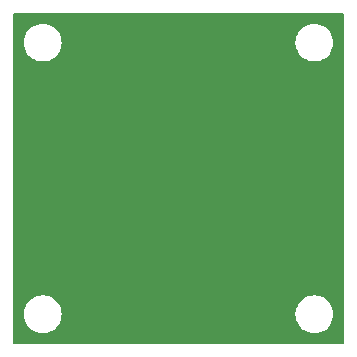
<source format=gbr>
%TF.GenerationSoftware,KiCad,Pcbnew,(7.0.0)*%
%TF.CreationDate,2023-03-22T16:07:59+00:00*%
%TF.ProjectId,B3LPD,42334c50-442e-46b6-9963-61645f706362,rev?*%
%TF.SameCoordinates,Original*%
%TF.FileFunction,Copper,L3,Inr*%
%TF.FilePolarity,Positive*%
%FSLAX46Y46*%
G04 Gerber Fmt 4.6, Leading zero omitted, Abs format (unit mm)*
G04 Created by KiCad (PCBNEW (7.0.0)) date 2023-03-22 16:07:59*
%MOMM*%
%LPD*%
G01*
G04 APERTURE LIST*
%TA.AperFunction,ViaPad*%
%ADD10C,0.500000*%
%TD*%
%TA.AperFunction,ViaPad*%
%ADD11C,0.800000*%
%TD*%
G04 APERTURE END LIST*
D10*
%TO.N,GND*%
X103100000Y-98900000D03*
X112300000Y-99400000D03*
X107600000Y-96600000D03*
X107500000Y-93600000D03*
X108200000Y-91300000D03*
X108200000Y-87900000D03*
X103700000Y-82000000D03*
X111200000Y-82100000D03*
X111100000Y-86400000D03*
X107400000Y-85900000D03*
X95800000Y-87700000D03*
X95800000Y-85559397D03*
X97200000Y-87700000D03*
X97200000Y-85559397D03*
X98400000Y-87700000D03*
X98400000Y-85559397D03*
X113801204Y-87500935D03*
D11*
X118900000Y-98200000D03*
D10*
X102577166Y-90536443D03*
X103286443Y-89827166D03*
X102300000Y-93500000D03*
X101400000Y-85559397D03*
D11*
X106200000Y-78800000D03*
D10*
X102300000Y-92500000D03*
X102577165Y-88663553D03*
D11*
X111200000Y-78800000D03*
D10*
X115522828Y-89613561D03*
X116340000Y-96400000D03*
X111701150Y-93000000D03*
X109701204Y-91650935D03*
X102250925Y-94401205D03*
X98825000Y-94400000D03*
X102301205Y-87699065D03*
X100400000Y-85559397D03*
X114080000Y-94400000D03*
X115220000Y-94400000D03*
X104298795Y-94449065D03*
D11*
X118900000Y-89300000D03*
D10*
X111749065Y-91698796D03*
X112940000Y-94400000D03*
D11*
X111200000Y-101300000D03*
D10*
X105550000Y-89650000D03*
X114437500Y-91700000D03*
X99950000Y-94400000D03*
D11*
X116200000Y-83800000D03*
D10*
X115801150Y-87551150D03*
X100000000Y-96400000D03*
X109701205Y-94449065D03*
D11*
X116200000Y-101300000D03*
D10*
X105600000Y-87650000D03*
X109701205Y-93000000D03*
X103313561Y-96122828D03*
D11*
X119000000Y-92600000D03*
D10*
X104250925Y-89648795D03*
X104200000Y-87000000D03*
X101400000Y-87700000D03*
X110686438Y-96122828D03*
D11*
X96200000Y-98200000D03*
D10*
X105300000Y-91551150D03*
X103763711Y-86188605D03*
X109500000Y-88600000D03*
D11*
X101200000Y-78800000D03*
D10*
X104022833Y-95413553D03*
X102493624Y-85559397D03*
X104349074Y-87651205D03*
X115798795Y-88649075D03*
X110800000Y-88600000D03*
X109977165Y-95413553D03*
X109977166Y-90686443D03*
X114020000Y-96400000D03*
X111701151Y-94398850D03*
X115750935Y-85551204D03*
X113798850Y-88598849D03*
D11*
X118500000Y-90700000D03*
D10*
X104298795Y-93500000D03*
X112100000Y-88600000D03*
D11*
X101200000Y-101300000D03*
D10*
X102301204Y-91500935D03*
X101150000Y-96400000D03*
X115775000Y-91700000D03*
X115180000Y-96400000D03*
X116360000Y-94400000D03*
X100400000Y-87700000D03*
X114077166Y-86536443D03*
X112860000Y-96400000D03*
D11*
X119000000Y-83800000D03*
D10*
X114786443Y-85827166D03*
X104298795Y-92500000D03*
X102349075Y-96398795D03*
X104301150Y-91551150D03*
X111650925Y-96398795D03*
X98850000Y-96400000D03*
D11*
X116200000Y-78800000D03*
D10*
X113100000Y-91700000D03*
X101075000Y-94400000D03*
D11*
X106200000Y-101300000D03*
%TD*%
%TA.AperFunction,Conductor*%
%TO.N,GND*%
G36*
X121637500Y-75817113D02*
G01*
X121682887Y-75862500D01*
X121699500Y-75924500D01*
X121699500Y-103675500D01*
X121682887Y-103737500D01*
X121637500Y-103782887D01*
X121575500Y-103799500D01*
X93824500Y-103799500D01*
X93762500Y-103782887D01*
X93717113Y-103737500D01*
X93700500Y-103675500D01*
X93700500Y-101300000D01*
X94594551Y-101300000D01*
X94614317Y-101551148D01*
X94615452Y-101555877D01*
X94615453Y-101555881D01*
X94671989Y-101791374D01*
X94671991Y-101791382D01*
X94673127Y-101796111D01*
X94769534Y-102028859D01*
X94772081Y-102033016D01*
X94772082Y-102033017D01*
X94898617Y-102239504D01*
X94898622Y-102239511D01*
X94901164Y-102243659D01*
X94904324Y-102247358D01*
X94904327Y-102247363D01*
X95061615Y-102431523D01*
X95064776Y-102435224D01*
X95256341Y-102598836D01*
X95260491Y-102601379D01*
X95260495Y-102601382D01*
X95372300Y-102669896D01*
X95471141Y-102730466D01*
X95703889Y-102826873D01*
X95948852Y-102885683D01*
X96137118Y-102900500D01*
X96260437Y-102900500D01*
X96262882Y-102900500D01*
X96451148Y-102885683D01*
X96696111Y-102826873D01*
X96928859Y-102730466D01*
X97143659Y-102598836D01*
X97335224Y-102435224D01*
X97498836Y-102243659D01*
X97630466Y-102028859D01*
X97726873Y-101796111D01*
X97785683Y-101551148D01*
X97805449Y-101300000D01*
X117594551Y-101300000D01*
X117614317Y-101551148D01*
X117615452Y-101555877D01*
X117615453Y-101555881D01*
X117671989Y-101791374D01*
X117671991Y-101791382D01*
X117673127Y-101796111D01*
X117769534Y-102028859D01*
X117772081Y-102033016D01*
X117772082Y-102033017D01*
X117898617Y-102239504D01*
X117898622Y-102239511D01*
X117901164Y-102243659D01*
X117904324Y-102247358D01*
X117904327Y-102247363D01*
X118061615Y-102431523D01*
X118064776Y-102435224D01*
X118256341Y-102598836D01*
X118260491Y-102601379D01*
X118260495Y-102601382D01*
X118372300Y-102669896D01*
X118471141Y-102730466D01*
X118703889Y-102826873D01*
X118948852Y-102885683D01*
X119137118Y-102900500D01*
X119260437Y-102900500D01*
X119262882Y-102900500D01*
X119451148Y-102885683D01*
X119696111Y-102826873D01*
X119928859Y-102730466D01*
X120143659Y-102598836D01*
X120335224Y-102435224D01*
X120498836Y-102243659D01*
X120630466Y-102028859D01*
X120726873Y-101796111D01*
X120785683Y-101551148D01*
X120805449Y-101300000D01*
X120785683Y-101048852D01*
X120726873Y-100803889D01*
X120630466Y-100571141D01*
X120498836Y-100356341D01*
X120335224Y-100164776D01*
X120331523Y-100161615D01*
X120147363Y-100004327D01*
X120147358Y-100004324D01*
X120143659Y-100001164D01*
X120139511Y-99998622D01*
X120139504Y-99998617D01*
X119933017Y-99872082D01*
X119933016Y-99872081D01*
X119928859Y-99869534D01*
X119696111Y-99773127D01*
X119691382Y-99771991D01*
X119691374Y-99771989D01*
X119455881Y-99715453D01*
X119455877Y-99715452D01*
X119451148Y-99714317D01*
X119446295Y-99713935D01*
X119265316Y-99699691D01*
X119265301Y-99699690D01*
X119262882Y-99699500D01*
X119137118Y-99699500D01*
X119134699Y-99699690D01*
X119134683Y-99699691D01*
X118953704Y-99713935D01*
X118953702Y-99713935D01*
X118948852Y-99714317D01*
X118944124Y-99715451D01*
X118944118Y-99715453D01*
X118708625Y-99771989D01*
X118708613Y-99771992D01*
X118703889Y-99773127D01*
X118699392Y-99774989D01*
X118699388Y-99774991D01*
X118475645Y-99867668D01*
X118475640Y-99867670D01*
X118471141Y-99869534D01*
X118466988Y-99872078D01*
X118466982Y-99872082D01*
X118260495Y-99998617D01*
X118260482Y-99998626D01*
X118256341Y-100001164D01*
X118252646Y-100004319D01*
X118252636Y-100004327D01*
X118068476Y-100161615D01*
X118068469Y-100161621D01*
X118064776Y-100164776D01*
X118061621Y-100168469D01*
X118061615Y-100168476D01*
X117904327Y-100352636D01*
X117904319Y-100352646D01*
X117901164Y-100356341D01*
X117898626Y-100360482D01*
X117898617Y-100360495D01*
X117772082Y-100566982D01*
X117772078Y-100566988D01*
X117769534Y-100571141D01*
X117673127Y-100803889D01*
X117671992Y-100808613D01*
X117671989Y-100808625D01*
X117615453Y-101044118D01*
X117615451Y-101044124D01*
X117614317Y-101048852D01*
X117594551Y-101300000D01*
X97805449Y-101300000D01*
X97785683Y-101048852D01*
X97726873Y-100803889D01*
X97630466Y-100571141D01*
X97498836Y-100356341D01*
X97335224Y-100164776D01*
X97331523Y-100161615D01*
X97147363Y-100004327D01*
X97147358Y-100004324D01*
X97143659Y-100001164D01*
X97139511Y-99998622D01*
X97139504Y-99998617D01*
X96933017Y-99872082D01*
X96933016Y-99872081D01*
X96928859Y-99869534D01*
X96696111Y-99773127D01*
X96691382Y-99771991D01*
X96691374Y-99771989D01*
X96455881Y-99715453D01*
X96455877Y-99715452D01*
X96451148Y-99714317D01*
X96446295Y-99713935D01*
X96265316Y-99699691D01*
X96265301Y-99699690D01*
X96262882Y-99699500D01*
X96137118Y-99699500D01*
X96134699Y-99699690D01*
X96134683Y-99699691D01*
X95953704Y-99713935D01*
X95953702Y-99713935D01*
X95948852Y-99714317D01*
X95944124Y-99715451D01*
X95944118Y-99715453D01*
X95708625Y-99771989D01*
X95708613Y-99771992D01*
X95703889Y-99773127D01*
X95699392Y-99774989D01*
X95699388Y-99774991D01*
X95475645Y-99867668D01*
X95475640Y-99867670D01*
X95471141Y-99869534D01*
X95466988Y-99872078D01*
X95466982Y-99872082D01*
X95260495Y-99998617D01*
X95260482Y-99998626D01*
X95256341Y-100001164D01*
X95252646Y-100004319D01*
X95252636Y-100004327D01*
X95068476Y-100161615D01*
X95068469Y-100161621D01*
X95064776Y-100164776D01*
X95061621Y-100168469D01*
X95061615Y-100168476D01*
X94904327Y-100352636D01*
X94904319Y-100352646D01*
X94901164Y-100356341D01*
X94898626Y-100360482D01*
X94898617Y-100360495D01*
X94772082Y-100566982D01*
X94772078Y-100566988D01*
X94769534Y-100571141D01*
X94673127Y-100803889D01*
X94671992Y-100808613D01*
X94671989Y-100808625D01*
X94615453Y-101044118D01*
X94615451Y-101044124D01*
X94614317Y-101048852D01*
X94594551Y-101300000D01*
X93700500Y-101300000D01*
X93700500Y-78300000D01*
X94594551Y-78300000D01*
X94614317Y-78551148D01*
X94615452Y-78555877D01*
X94615453Y-78555881D01*
X94671989Y-78791374D01*
X94671991Y-78791382D01*
X94673127Y-78796111D01*
X94769534Y-79028859D01*
X94772081Y-79033016D01*
X94772082Y-79033017D01*
X94898617Y-79239504D01*
X94898622Y-79239511D01*
X94901164Y-79243659D01*
X94904324Y-79247358D01*
X94904327Y-79247363D01*
X95061615Y-79431523D01*
X95064776Y-79435224D01*
X95256341Y-79598836D01*
X95260491Y-79601379D01*
X95260495Y-79601382D01*
X95372300Y-79669896D01*
X95471141Y-79730466D01*
X95703889Y-79826873D01*
X95948852Y-79885683D01*
X96137118Y-79900500D01*
X96260437Y-79900500D01*
X96262882Y-79900500D01*
X96451148Y-79885683D01*
X96696111Y-79826873D01*
X96928859Y-79730466D01*
X97143659Y-79598836D01*
X97335224Y-79435224D01*
X97498836Y-79243659D01*
X97630466Y-79028859D01*
X97726873Y-78796111D01*
X97785683Y-78551148D01*
X97805449Y-78300000D01*
X117594551Y-78300000D01*
X117614317Y-78551148D01*
X117615452Y-78555877D01*
X117615453Y-78555881D01*
X117671989Y-78791374D01*
X117671991Y-78791382D01*
X117673127Y-78796111D01*
X117769534Y-79028859D01*
X117772081Y-79033016D01*
X117772082Y-79033017D01*
X117898617Y-79239504D01*
X117898622Y-79239511D01*
X117901164Y-79243659D01*
X117904324Y-79247358D01*
X117904327Y-79247363D01*
X118061615Y-79431523D01*
X118064776Y-79435224D01*
X118256341Y-79598836D01*
X118260491Y-79601379D01*
X118260495Y-79601382D01*
X118372300Y-79669896D01*
X118471141Y-79730466D01*
X118703889Y-79826873D01*
X118948852Y-79885683D01*
X119137118Y-79900500D01*
X119260437Y-79900500D01*
X119262882Y-79900500D01*
X119451148Y-79885683D01*
X119696111Y-79826873D01*
X119928859Y-79730466D01*
X120143659Y-79598836D01*
X120335224Y-79435224D01*
X120498836Y-79243659D01*
X120630466Y-79028859D01*
X120726873Y-78796111D01*
X120785683Y-78551148D01*
X120805449Y-78300000D01*
X120785683Y-78048852D01*
X120726873Y-77803889D01*
X120630466Y-77571141D01*
X120498836Y-77356341D01*
X120335224Y-77164776D01*
X120331523Y-77161615D01*
X120147363Y-77004327D01*
X120147358Y-77004324D01*
X120143659Y-77001164D01*
X120139511Y-76998622D01*
X120139504Y-76998617D01*
X119933017Y-76872082D01*
X119933016Y-76872081D01*
X119928859Y-76869534D01*
X119696111Y-76773127D01*
X119691382Y-76771991D01*
X119691374Y-76771989D01*
X119455881Y-76715453D01*
X119455877Y-76715452D01*
X119451148Y-76714317D01*
X119446295Y-76713935D01*
X119265316Y-76699691D01*
X119265301Y-76699690D01*
X119262882Y-76699500D01*
X119137118Y-76699500D01*
X119134699Y-76699690D01*
X119134683Y-76699691D01*
X118953704Y-76713935D01*
X118953702Y-76713935D01*
X118948852Y-76714317D01*
X118944124Y-76715451D01*
X118944118Y-76715453D01*
X118708625Y-76771989D01*
X118708613Y-76771992D01*
X118703889Y-76773127D01*
X118699392Y-76774989D01*
X118699388Y-76774991D01*
X118475645Y-76867668D01*
X118475640Y-76867670D01*
X118471141Y-76869534D01*
X118466988Y-76872078D01*
X118466982Y-76872082D01*
X118260495Y-76998617D01*
X118260482Y-76998626D01*
X118256341Y-77001164D01*
X118252646Y-77004319D01*
X118252636Y-77004327D01*
X118068476Y-77161615D01*
X118068469Y-77161621D01*
X118064776Y-77164776D01*
X118061621Y-77168469D01*
X118061615Y-77168476D01*
X117904327Y-77352636D01*
X117904319Y-77352646D01*
X117901164Y-77356341D01*
X117898626Y-77360482D01*
X117898617Y-77360495D01*
X117772082Y-77566982D01*
X117772078Y-77566988D01*
X117769534Y-77571141D01*
X117673127Y-77803889D01*
X117671992Y-77808613D01*
X117671989Y-77808625D01*
X117615453Y-78044118D01*
X117615451Y-78044124D01*
X117614317Y-78048852D01*
X117594551Y-78300000D01*
X97805449Y-78300000D01*
X97785683Y-78048852D01*
X97726873Y-77803889D01*
X97630466Y-77571141D01*
X97498836Y-77356341D01*
X97335224Y-77164776D01*
X97331523Y-77161615D01*
X97147363Y-77004327D01*
X97147358Y-77004324D01*
X97143659Y-77001164D01*
X97139511Y-76998622D01*
X97139504Y-76998617D01*
X96933017Y-76872082D01*
X96933016Y-76872081D01*
X96928859Y-76869534D01*
X96696111Y-76773127D01*
X96691382Y-76771991D01*
X96691374Y-76771989D01*
X96455881Y-76715453D01*
X96455877Y-76715452D01*
X96451148Y-76714317D01*
X96446295Y-76713935D01*
X96265316Y-76699691D01*
X96265301Y-76699690D01*
X96262882Y-76699500D01*
X96137118Y-76699500D01*
X96134699Y-76699690D01*
X96134683Y-76699691D01*
X95953704Y-76713935D01*
X95953702Y-76713935D01*
X95948852Y-76714317D01*
X95944124Y-76715451D01*
X95944118Y-76715453D01*
X95708625Y-76771989D01*
X95708613Y-76771992D01*
X95703889Y-76773127D01*
X95699392Y-76774989D01*
X95699388Y-76774991D01*
X95475645Y-76867668D01*
X95475640Y-76867670D01*
X95471141Y-76869534D01*
X95466988Y-76872078D01*
X95466982Y-76872082D01*
X95260495Y-76998617D01*
X95260482Y-76998626D01*
X95256341Y-77001164D01*
X95252646Y-77004319D01*
X95252636Y-77004327D01*
X95068476Y-77161615D01*
X95068469Y-77161621D01*
X95064776Y-77164776D01*
X95061621Y-77168469D01*
X95061615Y-77168476D01*
X94904327Y-77352636D01*
X94904319Y-77352646D01*
X94901164Y-77356341D01*
X94898626Y-77360482D01*
X94898617Y-77360495D01*
X94772082Y-77566982D01*
X94772078Y-77566988D01*
X94769534Y-77571141D01*
X94673127Y-77803889D01*
X94671992Y-77808613D01*
X94671989Y-77808625D01*
X94615453Y-78044118D01*
X94615451Y-78044124D01*
X94614317Y-78048852D01*
X94594551Y-78300000D01*
X93700500Y-78300000D01*
X93700500Y-75924500D01*
X93717113Y-75862500D01*
X93762500Y-75817113D01*
X93824500Y-75800500D01*
X121575500Y-75800500D01*
X121637500Y-75817113D01*
G37*
%TD.AperFunction*%
%TD*%
M02*

</source>
